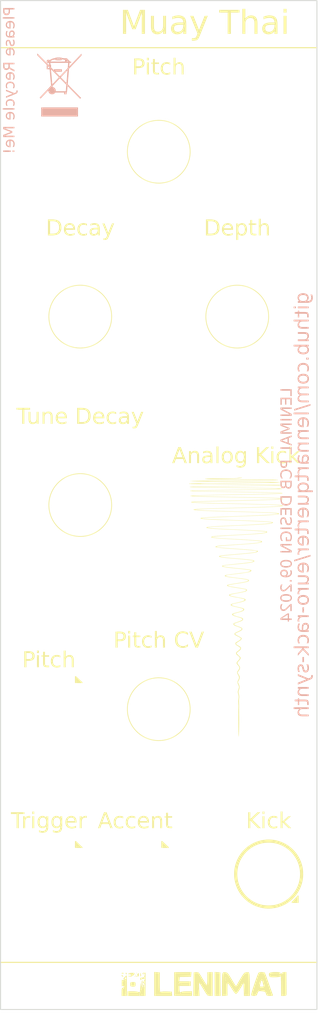
<source format=kicad_pcb>
(kicad_pcb (version 20240108) (generator "pcbnew") (generator_version "8.0")
  (layers (0 "F.Cu" signal) (31 "B.Cu" signal) (34 "B.Paste" user) (35 "F.Paste" user) (36 "B.SilkS" user "B.Silkscreen") (37 "F.SilkS" user "F.Silkscreen") (38 "B.Mask" user) (39 "F.Mask" user) (44 "Edge.Cuts" user))
  (net 0 "")
  (footprint "synth-gfx:7.2mm_pot-sm" (layer "F.Cu") (at 70.15 60)
    (property "Reference" "REF**" (hide yes))
    (property "Value" "7.2mm_pot-sm")
    (pad "" np_thru_hole circle (at 0 0) (size 7.2 7.2) (drill 7.2) (layers "*.Cu" "*.Mask"))
  )
  (footprint "synth-gfx:jack-input" (layer "F.Cu") (at 56.15 131)
    (property "Reference" "REF**" (hide yes))
    (property "Value" "jack-input")
    (pad "" np_thru_hole circle (at 0 0) (size 6.2 6.2) (drill 6.2) (layers "*.Cu" "*.Mask"))
  )
  (footprint "synth-gfx:7.2mm_pot-sm" (layer "F.Cu") (at 60.15 81)
    (property "Reference" "REF**" (hide yes))
    (property "Value" "7.2mm_pot-sm")
    (pad "" np_thru_hole circle (at 0 0) (size 7.2 7.2) (drill 7.2) (layers "*.Cu" "*.Mask"))
  )
  (footprint "synth-gfx:kick-wave" (layer "F.Cu") (at 80.756805 117.986053 -90)
    (property "Reference" "G***" (hide yes))
    (property "Value" "LOGO" (hide yes))
  )
  (footprint "synth-gfx:led_3mm" (layer "F.Cu") (at 84.15 141)
    (property "Reference" "REF**" (hide yes))
    (property "Value" "led_3mm")
    (pad "" np_thru_hole circle (at 0 0) (size 3.2 3.2) (drill 3.2) (layers "*.Cu" "*.Mask"))
  )
  (footprint "synth-gfx:mount" (layer "F.Cu") (at 57.5 166.25)
    (property "Reference" "REF**" (hide yes))
    (property "Value" "mount")
    (pad "" np_thru_hole oval (at 0 0) (size 7 3.2) (drill oval 7 3.2) (layers "*.Cu" "*.Mask"))
  )
  (footprint "synth-gfx:7.2mm_pot-sm" (layer "F.Cu") (at 80.15 81)
    (property "Reference" "REF**" (hide yes))
    (property "Value" "7.2mm_pot-sm")
    (pad "" np_thru_hole circle (at 0 0) (size 7.2 7.2) (drill 7.2) (layers "*.Cu" "*.Mask"))
  )
  (footprint "synth-gfx:7.2mm_pot-sm" (layer "F.Cu") (at 60.15 105)
    (property "Reference" "REF**" (hide yes))
    (property "Value" "7.2mm_pot-sm")
    (pad "" np_thru_hole circle (at 0 0) (size 7.2 7.2) (drill 7.2) (layers "*.Cu" "*.Mask"))
  )
  (footprint "synth-gfx:jack-input" (layer "F.Cu") (at 56.15 152)
    (property "Reference" "REF**" (hide yes))
    (property "Value" "jack-input")
    (pad "" np_thru_hole circle (at 0 0) (size 6.2 6.2) (drill 6.2) (layers "*.Cu" "*.Mask"))
  )
  (footprint "Synth:lenimal_logo_full" (layer "F.Cu") (at 76 166)
    (property "Reference" "G***" (hide yes))
    (property "Value" "LOGO" (hide yes))
  )
  (footprint "synth-gfx:jack-input" (layer "F.Cu") (at 67.15 152)
    (property "Reference" "REF**" (hide yes))
    (property "Value" "jack-input")
    (pad "" np_thru_hole circle (at 0 0) (size 6.2 6.2) (drill 6.2) (layers "*.Cu" "*.Mask"))
  )
  (footprint "synth-gfx:jack-output" (layer "F.Cu") (at 84.15 152)
    (property "Reference" "REF**" (hide yes))
    (property "Value" "jack-output")
    (pad "" np_thru_hole circle (at 0 0) (size 6.2 6.2) (drill 6.2) (layers "*.Cu" "*.Mask"))
  )
  (footprint "synth-gfx:mount" (layer "F.Cu") (at 57.5 43.75)
    (property "Reference" "REF**" (hide yes))
    (property "Value" "mount")
    (pad "" np_thru_hole oval (at 0 0) (size 7 3.2) (drill oval 7 3.2) (layers "*.Cu" "*.Mask"))
  )
  (footprint "synth-gfx:7.2mm_pot-xs" (layer "F.Cu") (at 70.15 131)
    (property "Reference" "REF**" (hide yes))
    (property "Value" "7.2mm_pot-xs")
    (pad "" np_thru_hole circle (at 0 0) (size 7.2 7.2) (drill 7.2) (layers "*.Cu" "*.Mask"))
  )
  (footprint "Symbol:WEEE-Logo_5.6x8mm_SilkScreen" (layer "B.Cu") (at 57.5 51.5 180)
    (property "Reference" "REF**" (hide yes))
    (property "Value" "WEEE-Logo_5.6x8mm_SilkScreen" (hide yes))
  )
  (gr_line (start 50 163.25) (end 90.3 163.25) (stroke (width 0.15)) (layer "F.SilkS"))
  (gr_line (start 90.3 46.75) (end 50 46.75) (stroke (width 0.15)) (layer "F.SilkS"))
  (gr_rect (start 50 40.75) (end 90.3 169.25) (stroke (width 0.1)) (fill none) (layer "Edge.Cuts"))
  (gr_text "github.com/lennartquerter/euro-rack-synth" (at 88.5 105 90) (layer "B.SilkS") (effects (font (size 1.8 1.8)) (justify mirror)))
  (gr_text "Please Recycle Me!" (at 52 41.5 90) (layer "B.SilkS") (effects (font (size 1.4 1.4)) (justify left bottom mirror)))
  (gr_text "LENIMAL PCB DESIGN 09.2024" (at 86.5 105 90) (layer "B.SilkS") (effects (font (size 1.4 1.4)) (justify mirror)))
  (gr_text "Decay" (at 60.15 71 0) (layer "F.SilkS") (effects (font (size 2 2)) (justify bottom)))
  (gr_text "Muay Thai" (at 76 45.5 0) (layer "F.SilkS") (effects (font (size 3 3)) (justify bottom)))
  (gr_text "Kick" (at 84.15 146.5 0) (layer "F.SilkS") (effects (font (size 2 2)) (justify bottom)))
  (gr_text "Pitch CV" (at 70.15 123.5 0) (layer "F.SilkS") (effects (font (size 2 2)) (justify bottom)))
  (gr_text "Accent" (at 67.15 146.5 0) (layer "F.SilkS") (effects (font (size 2 2)) (justify bottom)))
  (gr_text "Depth" (at 80.15 71 0) (layer "F.SilkS") (effects (font (size 2 2)) (justify bottom)))
  (gr_text "Pitch" (at 70.15 50.5 0) (layer "F.SilkS") (effects (font (size 2 2)) (justify bottom)))
  (gr_text "Tune Decay" (at 60.15 95 0) (layer "F.SilkS") (effects (font (size 2 2)) (justify bottom)))
  (gr_text "Analog Kick" (at 80 100 0) (layer "F.SilkS") (effects (font (size 2 2)) (justify bottom)))
  (gr_text "Pitch" (at 56.15 126 0) (layer "F.SilkS") (effects (font (size 2 2)) (justify bottom)))
  (gr_text "Trigger" (at 56.15 146.5 0) (layer "F.SilkS") (effects (font (size 2 2)) (justify bottom)))
)
</source>
